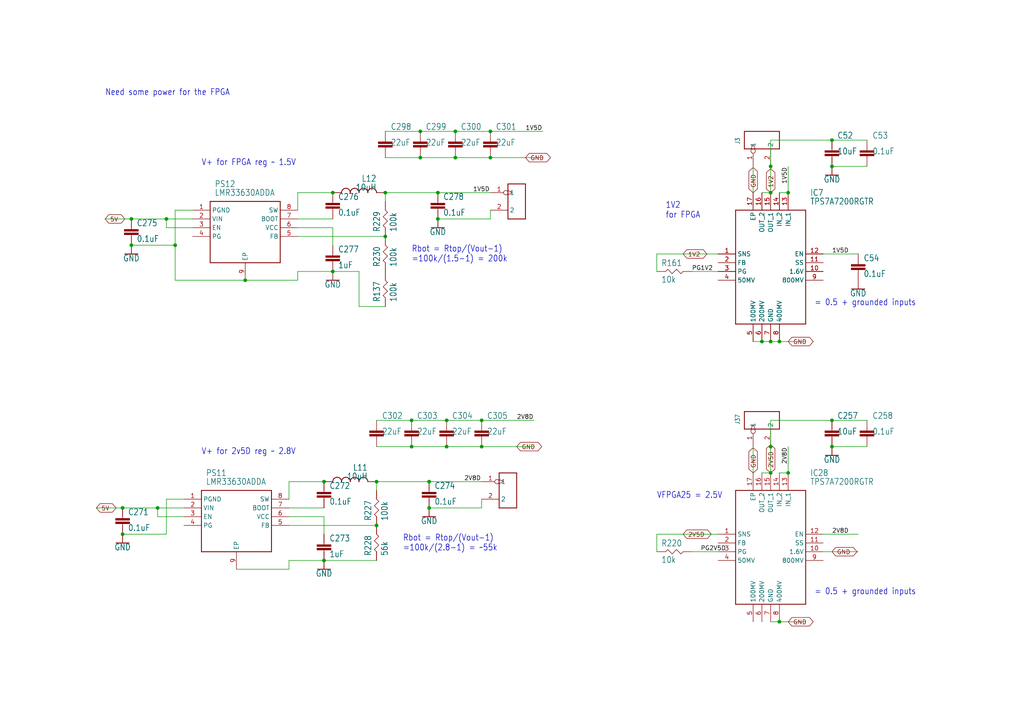
<source format=kicad_sch>
(kicad_sch (version 20250114) (generator "eeschema") (generator_version "9.0")
  (paper "A4")
  (lib_symbols
    (symbol "haasoscope_pro_adc_fpga_board-eagle-import:CAPACITOR_0402_N"
      (symbol "CAPACITOR_0402_N_1_0"
        (rectangle (start -2.032 -1.016) (end 2.032 -0.508) (fill (type outline)))
        (rectangle (start -2.032 -2.032) (end 2.032 -1.524) (fill (type outline)))
        (polyline (pts (xy 0 0) (xy 0 -0.508)) (stroke (width 0.1524)))
        (polyline (pts (xy 0 -2.54) (xy 0 -2.032)) (stroke (width 0.1524)))
        (pin passive line (at 0 2.54 270) (length 2.54) (name "1") (number "1"))
        (pin passive line (at 0 -5.08 90) (length 2.54) (name "2") (number "2"))
      )
    )
    (symbol "haasoscope_pro_adc_fpga_board-eagle-import:CAPACITOR_0805_N"
      (symbol "CAPACITOR_0805_N_1_0"
        (rectangle (start -2.032 -1.016) (end 2.032 -0.508) (fill (type outline)))
        (rectangle (start -2.032 -2.032) (end 2.032 -1.524) (fill (type outline)))
        (polyline (pts (xy 0 0) (xy 0 -0.508)) (stroke (width 0.1524)))
        (polyline (pts (xy 0 -2.54) (xy 0 -2.032)) (stroke (width 0.1524)))
        (pin passive line (at 0 2.54 270) (length 2.54) (name "1") (number "1"))
        (pin passive line (at 0 -5.08 90) (length 2.54) (name "2") (number "2"))
      )
    )
    (symbol "haasoscope_pro_adc_fpga_board-eagle-import:DIP-BLACK-MALE-HEADER-VERT(2P-2.54)"
      (symbol "DIP-BLACK-MALE-HEADER-VERT(2P-2.54)_1_0"
        (polyline (pts (xy -2.54 5.08) (xy 2.54 5.08)) (stroke (width 0.254)))
        (polyline (pts (xy -2.54 -5.08) (xy -2.54 5.08)) (stroke (width 0.254)))
        (polyline (pts (xy 2.54 5.08) (xy 2.54 -5.08)) (stroke (width 0.254)))
        (polyline (pts (xy 2.54 -5.08) (xy -2.54 -5.08)) (stroke (width 0.254)))
        (pin bidirectional inverted_clock (at -7.62 2.54 0) (length 5.08) (name "1") (number "1"))
        (pin bidirectional line (at -7.62 -2.54 0) (length 5.08) (name "2") (number "2"))
      )
    )
    (symbol "haasoscope_pro_adc_fpga_board-eagle-import:INDUCTORPWR"
      (property "Reference" "L" (at 2.54 5.08 0))
      (symbol "INDUCTORPWR_1_0"
        (arc (start 1.27 3.81) (mid 0.898 2.912) (end 0 2.54) (stroke (width 0.254)))
        (arc (start 0 5.08) (mid 0.898 4.708) (end 1.27 3.81) (stroke (width 0.254)))
        (arc (start 1.27 1.27) (mid 0.898 0.372) (end 0 0) (stroke (width 0.254)))
        (arc (start 0 2.54) (mid 0.898 2.168) (end 1.27 1.27) (stroke (width 0.254)))
        (arc (start 1.27 -1.27) (mid 0.898 -2.168) (end 0 -2.54) (stroke (width 0.254)))
        (arc (start 0 0) (mid 0.898 -0.372) (end 1.27 -1.27) (stroke (width 0.254)))
        (arc (start 1.27 -3.81) (mid 0.898 -4.708) (end 0 -5.08) (stroke (width 0.254)))
        (arc (start 0 -2.54) (mid 0.898 -2.912) (end 1.27 -3.81) (stroke (width 0.254)))
        (pin passive line (at 0 7.62 270) (length 2.54) (name "1") (number "1"))
        (pin passive line (at 0 -7.62 90) (length 2.54) (name "2") (number "2"))
      )
    )
    (symbol "haasoscope_pro_adc_fpga_board-eagle-import:LMR33630ADDA"
      (property "Reference" "PS" (at 26.67 7.62 0))
      (symbol "LMR33630ADDA_1_0"
        (polyline (pts (xy 5.08 2.54) (xy 5.08 -15.24)) (stroke (width 0.254)))
        (polyline (pts (xy 5.08 2.54) (xy 25.4 2.54)) (stroke (width 0.254)))
        (polyline (pts (xy 25.4 -15.24) (xy 5.08 -15.24)) (stroke (width 0.254)))
        (polyline (pts (xy 25.4 -15.24) (xy 25.4 2.54)) (stroke (width 0.254)))
        (pin bidirectional line (at 0 0 0) (length 5.08) (name "PGND") (number "1"))
        (pin bidirectional line (at 0 -2.54 0) (length 5.08) (name "VIN") (number "2"))
        (pin bidirectional line (at 0 -5.08 0) (length 5.08) (name "EN") (number "3"))
        (pin bidirectional line (at 0 -7.62 0) (length 5.08) (name "PG") (number "4"))
        (pin bidirectional line (at 15.24 -20.32 90) (length 5.08) (name "EP") (number "9"))
        (pin bidirectional line (at 30.48 0 180) (length 5.08) (name "SW") (number "8"))
        (pin bidirectional line (at 30.48 -2.54 180) (length 5.08) (name "BOOT") (number "7"))
        (pin bidirectional line (at 30.48 -5.08 180) (length 5.08) (name "VCC") (number "6"))
        (pin bidirectional line (at 30.48 -7.62 180) (length 5.08) (name "FB") (number "5"))
      )
    )
    (symbol "haasoscope_pro_adc_fpga_board-eagle-import:RES-0402"
      (property "Reference" "R" (at -3.175 1.27 0))
      (symbol "RES-0402_1_0"
        (polyline (pts (xy -2.54 0) (xy -1.905 0.635)) (stroke (width 0.1524)))
        (polyline (pts (xy -1.905 0.635) (xy -0.635 -0.635)) (stroke (width 0.1524)))
        (polyline (pts (xy -0.635 -0.635) (xy 0.635 0.635)) (stroke (width 0.1524)))
        (polyline (pts (xy 0.635 0.635) (xy 1.905 -0.635)) (stroke (width 0.1524)))
        (polyline (pts (xy 1.905 -0.635) (xy 2.54 0)) (stroke (width 0.1524)))
        (pin bidirectional line (at -5.08 0 0) (length 2.54) (name "P$1") (number "P$1"))
        (pin bidirectional line (at 5.08 0 180) (length 2.54) (name "P$2") (number "P$2"))
      )
    )
    (symbol "haasoscope_pro_adc_fpga_board-eagle-import:SparkFun-PowerSymbols_GND" (power)
      (symbol "SparkFun-PowerSymbols_GND_1_0"
        (polyline (pts (xy -1.905 0) (xy 1.905 0)) (stroke (width 0.254)))
        (pin power_in line (at 0 2.54 270) (length 2.54) (name "GND") (number "1"))
      )
    )
    (symbol "haasoscope_pro_adc_fpga_board-eagle-import:TPS7A7200RGTR"
      (property "Reference" "IC" (at 26.67 17.78 0))
      (symbol "TPS7A7200RGTR_1_0"
        (polyline (pts (xy 5.08 12.7) (xy 5.08 -20.32)) (stroke (width 0.254)))
        (polyline (pts (xy 5.08 12.7) (xy 25.4 12.7)) (stroke (width 0.254)))
        (polyline (pts (xy 25.4 -20.32) (xy 5.08 -20.32)) (stroke (width 0.254)))
        (polyline (pts (xy 25.4 -20.32) (xy 25.4 12.7)) (stroke (width 0.254)))
        (pin bidirectional line (at 0 0 0) (length 5.08) (name "SNS") (number "1"))
        (pin bidirectional line (at 0 -2.54 0) (length 5.08) (name "FB") (number "2"))
        (pin bidirectional line (at 0 -5.08 0) (length 5.08) (name "PG") (number "3"))
        (pin bidirectional line (at 0 -7.62 0) (length 5.08) (name "50MV") (number "4"))
        (pin bidirectional line (at 10.16 17.78 270) (length 5.08) (name "EP") (number "17"))
        (pin bidirectional line (at 10.16 -25.4 90) (length 5.08) (name "100MV") (number "5"))
        (pin bidirectional line (at 12.7 17.78 270) (length 5.08) (name "OUT_2") (number "16"))
        (pin bidirectional line (at 12.7 -25.4 90) (length 5.08) (name "200MV") (number "6"))
        (pin bidirectional line (at 15.24 17.78 270) (length 5.08) (name "OUT_1") (number "15"))
        (pin bidirectional line (at 15.24 -25.4 90) (length 5.08) (name "GND") (number "7"))
        (pin bidirectional line (at 17.78 17.78 270) (length 5.08) (name "IN_2") (number "14"))
        (pin bidirectional line (at 17.78 -25.4 90) (length 5.08) (name "400MV") (number "8"))
        (pin bidirectional line (at 20.32 17.78 270) (length 5.08) (name "IN_1") (number "13"))
        (pin bidirectional line (at 30.48 0 180) (length 5.08) (name "EN") (number "12"))
        (pin bidirectional line (at 30.48 -2.54 180) (length 5.08) (name "SS") (number "11"))
        (pin bidirectional line (at 30.48 -5.08 180) (length 5.08) (name "1.6V") (number "10"))
        (pin bidirectional line (at 30.48 -7.62 180) (length 5.08) (name "800MV") (number "9"))
      )
    )
  )
  (text "VFPGA25 = 2.5V" (at 190.5 144.78 0) (effects (font (size 1.778 1.5113)) (justify left bottom)))
  (text "V+ for FPGA reg ~ 1.5V" (at 58.42 48.26 0) (effects (font (size 1.778 1.5113)) (justify left bottom)))
  (text "Rbot = Rtop/(Vout-1)\n=100k/(1.5-1) = 200k" (at 119.38 76.2 0) (effects (font (size 1.778 1.5113)) (justify left bottom)))
  (text "= 0.5 + grounded inputs" (at 236.22 172.72 0) (effects (font (size 1.778 1.5113)) (justify left bottom)))
  (text "1V2\nfor FPGA" (at 193.04 63.5 0) (effects (font (size 1.778 1.5113)) (justify left bottom)))
  (text "Rbot = Rtop/(Vout-1)\n=100k/(2.8-1) = ~55k" (at 116.84 160.02 0) (effects (font (size 1.778 1.5113)) (justify left bottom)))
  (text "V+ for 2v5D reg ~ 2.8V" (at 58.42 132.08 0) (effects (font (size 1.778 1.5113)) (justify left bottom)))
  (text "= 0.5 + grounded inputs" (at 236.22 88.9 0) (effects (font (size 1.778 1.5113)) (justify left bottom)))
  (text "Need some power for the FPGA" (at 30.48 27.94 0) (effects (font (size 1.778 1.5113)) (justify left bottom)))
  (junction (at 48.26 63.5))
  (junction (at 226.06 99.06))
  (junction (at 71.12 81.28))
  (junction (at 111.76 55.88))
  (junction (at 129.54 121.92))
  (junction (at 241.3 129.54))
  (junction (at 35.56 147.32))
  (junction (at 124.46 147.32))
  (junction (at 109.22 152.4))
  (junction (at 241.3 40.64))
  (junction (at 142.24 38.1))
  (junction (at 127 63.5))
  (junction (at 124.46 139.7))
  (junction (at 35.56 154.94))
  (junction (at 223.52 129.54))
  (junction (at 226.06 180.34))
  (junction (at 96.52 78.74))
  (junction (at 121.92 45.72))
  (junction (at 96.52 55.88))
  (junction (at 45.72 147.32))
  (junction (at 223.52 48.26))
  (junction (at 241.3 121.92))
  (junction (at 119.38 121.92))
  (junction (at 132.08 38.1))
  (junction (at 127 55.88))
  (junction (at 223.52 55.88))
  (junction (at 139.7 129.54))
  (junction (at 50.8 71.12))
  (junction (at 129.54 129.54))
  (junction (at 223.52 137.16))
  (junction (at 38.1 63.5))
  (junction (at 121.92 38.1))
  (junction (at 93.98 139.7))
  (junction (at 119.38 129.54))
  (junction (at 228.6 55.88))
  (junction (at 223.52 99.06))
  (junction (at 109.22 139.7))
  (junction (at 241.3 48.26))
  (junction (at 220.98 99.06))
  (junction (at 93.98 162.56))
  (junction (at 139.7 121.92))
  (junction (at 228.6 137.16))
  (junction (at 142.24 45.72))
  (junction (at 132.08 45.72))
  (junction (at 38.1 71.12))
  (junction (at 111.76 68.58))
  (wire (pts (xy 83.82 139.7) (xy 83.82 144.78)) (stroke (width 0.1524)))
  (wire (pts (xy 139.7 129.54) (xy 154.94 129.54)) (stroke (width 0.1524)))
  (wire (pts (xy 86.36 78.74) (xy 96.52 78.74)) (stroke (width 0.1524)))
  (wire (pts (xy 50.8 71.12) (xy 50.8 81.28)) (stroke (width 0.1524)))
  (wire (pts (xy 96.52 63.5) (xy 86.36 63.5)) (stroke (width 0.1524)))
  (wire (pts (xy 190.5 73.66) (xy 190.5 78.74)) (stroke (width 0.1524)))
  (wire (pts (xy 38.1 63.5) (xy 30.48 63.5)) (stroke (width 0.1524)))
  (wire (pts (xy 208.28 73.66) (xy 190.5 73.66)) (stroke (width 0.1524)))
  (wire (pts (xy 83.82 152.4) (xy 109.22 152.4)) (stroke (width 0.1524)))
  (wire (pts (xy 241.3 40.64) (xy 251.46 40.64)) (stroke (width 0.1524)))
  (wire (pts (xy 218.44 55.88) (xy 218.44 48.26)) (stroke (width 0.1524)))
  (wire (pts (xy 226.06 180.34) (xy 233.68 180.34)) (stroke (width 0.1524)))
  (wire (pts (xy 50.8 60.96) (xy 50.8 71.12)) (stroke (width 0.1524)))
  (wire (pts (xy 111.76 38.1) (xy 121.92 38.1)) (stroke (width 0.1524)))
  (wire (pts (xy 129.54 121.92) (xy 139.7 121.92)) (stroke (width 0.1524)))
  (wire (pts (xy 238.76 160.02) (xy 248.92 160.02)) (stroke (width 0.1524)))
  (wire (pts (xy 190.5 154.94) (xy 190.5 160.02)) (stroke (width 0.1524)))
  (wire (pts (xy 109.22 121.92) (xy 119.38 121.92)) (stroke (width 0.1524)))
  (wire (pts (xy 208.28 78.74) (xy 200.66 78.74)) (stroke (width 0.1524)))
  (wire (pts (xy 226.06 55.88) (xy 228.6 55.88)) (stroke (width 0.1524)))
  (wire (pts (xy 109.22 139.7) (xy 124.46 139.7)) (stroke (width 0.1524)))
  (wire (pts (xy 93.98 149.86) (xy 93.98 154.94)) (stroke (width 0.1524)))
  (wire (pts (xy 71.12 81.28) (xy 86.36 81.28)) (stroke (width 0.1524)))
  (wire (pts (xy 111.76 45.72) (xy 121.92 45.72)) (stroke (width 0.1524)))
  (wire (pts (xy 48.26 63.5) (xy 48.26 66.04)) (stroke (width 0.1524)))
  (wire (pts (xy 129.54 129.54) (xy 139.7 129.54)) (stroke (width 0.1524)))
  (wire (pts (xy 241.3 121.92) (xy 251.46 121.92)) (stroke (width 0.1524)))
  (wire (pts (xy 83.82 149.86) (xy 93.98 149.86)) (stroke (width 0.1524)))
  (wire (pts (xy 50.8 81.28) (xy 71.12 81.28)) (stroke (width 0.1524)))
  (wire (pts (xy 83.82 162.56) (xy 93.98 162.56)) (stroke (width 0.1524)))
  (wire (pts (xy 68.58 165.1) (xy 83.82 165.1)) (stroke (width 0.1524)))
  (wire (pts (xy 96.52 66.04) (xy 96.52 71.12)) (stroke (width 0.1524)))
  (wire (pts (xy 238.76 73.66) (xy 248.92 73.66)) (stroke (width 0.1524)))
  (wire (pts (xy 48.26 63.5) (xy 55.88 63.5)) (stroke (width 0.1524)))
  (wire (pts (xy 223.52 137.16) (xy 223.52 129.54)) (stroke (width 0.1524)))
  (wire (pts (xy 104.14 78.74) (xy 96.52 78.74)) (stroke (width 0.1524)))
  (wire (pts (xy 109.22 139.7) (xy 109.22 142.24)) (stroke (width 0.1524)))
  (wire (pts (xy 35.56 147.32) (xy 45.72 147.32)) (stroke (width 0.1524)))
  (wire (pts (xy 226.06 180.34) (xy 223.52 180.34)) (stroke (width 0.1524)))
  (wire (pts (xy 142.24 60.96) (xy 142.24 63.5)) (stroke (width 0.1524)))
  (wire (pts (xy 53.34 144.78) (xy 48.26 144.78)) (stroke (width 0.1524)))
  (wire (pts (xy 111.76 88.9) (xy 104.14 88.9)) (stroke (width 0.1524)))
  (wire (pts (xy 223.52 40.64) (xy 241.3 40.64)) (stroke (width 0.1524)))
  (wire (pts (xy 119.38 129.54) (xy 129.54 129.54)) (stroke (width 0.1524)))
  (wire (pts (xy 132.08 45.72) (xy 142.24 45.72)) (stroke (width 0.1524)))
  (wire (pts (xy 86.36 81.28) (xy 86.36 78.74)) (stroke (width 0.1524)))
  (wire (pts (xy 226.06 99.06) (xy 233.68 99.06)) (stroke (width 0.1524)))
  (wire (pts (xy 208.28 160.02) (xy 200.66 160.02)) (stroke (width 0.1524)))
  (wire (pts (xy 228.6 137.16) (xy 228.6 129.54)) (stroke (width 0.1524)))
  (wire (pts (xy 55.88 60.96) (xy 50.8 60.96)) (stroke (width 0.1524)))
  (wire (pts (xy 238.76 154.94) (xy 248.92 154.94)) (stroke (width 0.1524)))
  (wire (pts (xy 228.6 55.88) (xy 228.6 48.26)) (stroke (width 0.1524)))
  (wire (pts (xy 142.24 45.72) (xy 157.48 45.72)) (stroke (width 0.1524)))
  (wire (pts (xy 45.72 147.32) (xy 53.34 147.32)) (stroke (width 0.1524)))
  (wire (pts (xy 119.38 121.92) (xy 129.54 121.92)) (stroke (width 0.1524)))
  (wire (pts (xy 93.98 162.56) (xy 109.22 162.56)) (stroke (width 0.1524)))
  (wire (pts (xy 223.52 121.92) (xy 241.3 121.92)) (stroke (width 0.1524)))
  (wire (pts (xy 223.52 55.88) (xy 220.98 55.88)) (stroke (width 0.1524)))
  (wire (pts (xy 142.24 38.1) (xy 157.48 38.1)) (stroke (width 0.1524)))
  (wire (pts (xy 48.26 66.04) (xy 55.88 66.04)) (stroke (width 0.1524)))
  (wire (pts (xy 139.7 121.92) (xy 154.94 121.92)) (stroke (width 0.1524)))
  (wire (pts (xy 93.98 147.32) (xy 83.82 147.32)) (stroke (width 0.1524)))
  (wire (pts (xy 223.52 99.06) (xy 226.06 99.06)) (stroke (width 0.1524)))
  (wire (pts (xy 121.92 45.72) (xy 132.08 45.72)) (stroke (width 0.1524)))
  (wire (pts (xy 111.76 55.88) (xy 111.76 58.42)) (stroke (width 0.1524)))
  (wire (pts (xy 48.26 144.78) (xy 48.26 154.94)) (stroke (width 0.1524)))
  (wire (pts (xy 132.08 38.1) (xy 142.24 38.1)) (stroke (width 0.1524)))
  (wire (pts (xy 96.52 55.88) (xy 86.36 55.88)) (stroke (width 0.1524)))
  (wire (pts (xy 218.44 137.16) (xy 218.44 129.54)) (stroke (width 0.1524)))
  (wire (pts (xy 86.36 68.58) (xy 111.76 68.58)) (stroke (width 0.1524)))
  (wire (pts (xy 121.92 38.1) (xy 132.08 38.1)) (stroke (width 0.1524)))
  (wire (pts (xy 223.52 137.16) (xy 220.98 137.16)) (stroke (width 0.1524)))
  (wire (pts (xy 241.3 48.26) (xy 251.46 48.26)) (stroke (width 0.1524)))
  (wire (pts (xy 226.06 137.16) (xy 228.6 137.16)) (stroke (width 0.1524)))
  (wire (pts (xy 86.36 66.04) (xy 96.52 66.04)) (stroke (width 0.1524)))
  (wire (pts (xy 220.98 99.06) (xy 218.44 99.06)) (stroke (width 0.1524)))
  (wire (pts (xy 223.52 99.06) (xy 220.98 99.06)) (stroke (width 0.1524)))
  (wire (pts (xy 208.28 154.94) (xy 190.5 154.94)) (stroke (width 0.1524)))
  (wire (pts (xy 111.76 55.88) (xy 127 55.88)) (stroke (width 0.1524)))
  (wire (pts (xy 45.72 149.86) (xy 53.34 149.86)) (stroke (width 0.1524)))
  (wire (pts (xy 142.24 63.5) (xy 127 63.5)) (stroke (width 0.1524)))
  (wire (pts (xy 223.52 129.54) (xy 223.52 121.92)) (stroke (width 0.1524)))
  (wire (pts (xy 223.52 48.26) (xy 223.52 40.64)) (stroke (width 0.1524)))
  (wire (pts (xy 48.26 154.94) (xy 35.56 154.94)) (stroke (width 0.1524)))
  (wire (pts (xy 83.82 165.1) (xy 83.82 162.56)) (stroke (width 0.1524)))
  (wire (pts (xy 109.22 129.54) (xy 119.38 129.54)) (stroke (width 0.1524)))
  (wire (pts (xy 124.46 139.7) (xy 139.7 139.7)) (stroke (width 0.1524)))
  (wire (pts (xy 86.36 55.88) (xy 86.36 60.96)) (stroke (width 0.1524)))
  (wire (pts (xy 241.3 129.54) (xy 251.46 129.54)) (stroke (width 0.1524)))
  (wire (pts (xy 38.1 63.5) (xy 48.26 63.5)) (stroke (width 0.1524)))
  (wire (pts (xy 35.56 147.32) (xy 27.94 147.32)) (stroke (width 0.1524)))
  (wire (pts (xy 45.72 147.32) (xy 45.72 149.86)) (stroke (width 0.1524)))
  (wire (pts (xy 223.52 55.88) (xy 223.52 48.26)) (stroke (width 0.1524)))
  (wire (pts (xy 127 55.88) (xy 142.24 55.88)) (stroke (width 0.1524)))
  (wire (pts (xy 139.7 147.32) (xy 124.46 147.32)) (stroke (width 0.1524)))
  (wire (pts (xy 93.98 139.7) (xy 83.82 139.7)) (stroke (width 0.1524)))
  (wire (pts (xy 104.14 88.9) (xy 104.14 78.74)) (stroke (width 0.1524)))
  (wire (pts (xy 50.8 71.12) (xy 38.1 71.12)) (stroke (width 0.1524)))
  (wire (pts (xy 139.7 144.78) (xy 139.7 147.32)) (stroke (width 0.1524)))
  (label "1V5D" (at 228.6 53.34 90) (effects (font (size 1.2446 1.2446))))
  (label "2V8D" (at 149.86 121.92 0) (effects (font (size 1.2446 1.2446))))
  (label "2V8D" (at 134.62 139.7 0) (effects (font (size 1.2446 1.2446))))
  (label "1V5D" (at 137.16 55.88 0) (effects (font (size 1.2446 1.2446))))
  (label "PG1V2" (at 200.66 78.74 0) (effects (font (size 1.2446 1.2446))))
  (label "2V8D" (at 228.6 134.62 90) (effects (font (size 1.2446 1.2446))))
  (label "1V5D" (at 152.4 38.1 0) (effects (font (size 1.2446 1.2446))))
  (label "PG2V5D" (at 203.2 160.02 0) (effects (font (size 1.2446 1.2446))))
  (label "1V5D" (at 241.3 73.66 0) (effects (font (size 1.2446 1.2446))))
  (label "2V8D" (at 241.3 154.94 0) (effects (font (size 1.2446 1.2446))))
  (global_label "GND" (shape bidirectional) (at 152.4 45.72 0) (effects (font (size 1.2446 1.2446))) (property "Intersheetrefs" "${INTERSHEET_REFS}" (effects (hide yes))))
  (global_label "2V5D" (shape bidirectional) (at 223.52 137.16 90) (effects (font (size 1.2446 1.2446))) (property "Intersheetrefs" "${INTERSHEET_REFS}" (effects (hide yes))))
  (global_label "GND" (shape bidirectional) (at 218.44 137.16 90) (effects (font (size 1.2446 1.2446))) (property "Intersheetrefs" "${INTERSHEET_REFS}" (effects (hide yes))))
  (global_label "5V" (shape bidirectional) (at 30.48 63.5 0) (effects (font (size 1.2446 1.2446))) (property "Intersheetrefs" "${INTERSHEET_REFS}" (effects (hide yes))))
  (global_label "GND" (shape bidirectional) (at 228.6 99.06 0) (effects (font (size 1.2446 1.2446))) (property "Intersheetrefs" "${INTERSHEET_REFS}" (effects (hide yes))))
  (global_label "GND" (shape bidirectional) (at 149.86 129.54 0) (effects (font (size 1.2446 1.2446))) (property "Intersheetrefs" "${INTERSHEET_REFS}" (effects (hide yes))))
  (global_label "GND" (shape bidirectional) (at 218.44 55.88 90) (effects (font (size 1.2446 1.2446))) (property "Intersheetrefs" "${INTERSHEET_REFS}" (effects (hide yes))))
  (global_label "GND" (shape bidirectional) (at 241.3 160.02 0) (effects (font (size 1.2446 1.2446))) (property "Intersheetrefs" "${INTERSHEET_REFS}" (effects (hide yes))))
  (global_label "1V2" (shape bidirectional) (at 198.12 73.66 0) (effects (font (size 1.2446 1.2446))) (property "Intersheetrefs" "${INTERSHEET_REFS}" (effects (hide yes))))
  (global_label "GND" (shape bidirectional) (at 228.6 180.34 0) (effects (font (size 1.2446 1.2446))) (property "Intersheetrefs" "${INTERSHEET_REFS}" (effects (hide yes))))
  (global_label "1V2" (shape bidirectional) (at 223.52 55.88 90) (effects (font (size 1.2446 1.2446))) (property "Intersheetrefs" "${INTERSHEET_REFS}" (effects (hide yes))))
  (global_label "2V5D" (shape bidirectional) (at 198.12 154.94 0) (effects (font (size 1.2446 1.2446))) (property "Intersheetrefs" "${INTERSHEET_REFS}" (effects (hide yes))))
  (global_label "5V" (shape bidirectional) (at 27.94 147.32 0) (effects (font (size 1.2446 1.2446))) (property "Intersheetrefs" "${INTERSHEET_REFS}" (effects (hide yes))))
  (symbol (lib_id "haasoscope_pro_adc_fpga_board-eagle-import:LMR33630ADDA") (at 55.88 60.96 0) (unit 1)
    (property "Reference" "PS12" (at 62.23 53.34 0) (effects (font (size 1.778 1.5113)) (justify left)))
    (property "Value" "LMR33630ADDA" (at 62.23 55.88 0) (effects (font (size 1.778 1.5113)) (justify left)))
    (property "Footprint" "haasoscope_pro_adc_fpga_board:SOIC127P600X170-9N" (effects (hide yes)))
    (property "LCSC" "C841384" (effects (hide yes)))
  )
  (symbol (lib_id "haasoscope_pro_adc_fpga_board-eagle-import:CAPACITOR_0805_N") (at 109.22 124.46 0) (unit 1)
    (property "Reference" "C302" (at 110.744 121.539 0) (effects (font (size 1.778 1.5113)) (justify left bottom)))
    (property "Value" "22uF" (at 110.744 126.111 0) (effects (font (size 1.778 1.5113)) (justify left bottom)))
    (property "Footprint" "haasoscope_pro_adc_fpga_board:RESC0805_N" (effects (hide yes)))
  )
  (symbol (lib_id "haasoscope_pro_adc_fpga_board-eagle-import:SparkFun-PowerSymbols_GND") (at 38.1 73.66 0) (unit 1)
    (property "Reference" "#GND0230" (effects (hide yes)))
    (property "Value" "GND" (at 38.1 73.914 0) (effects (font (size 1.778 1.5113)) (justify top)))
  )
  (symbol (lib_id "haasoscope_pro_adc_fpga_board-eagle-import:RES-0402") (at 109.22 157.48 90) (unit 1)
    (property "Reference" "R228" (at 107.7214 161.29 0) (effects (font (size 1.778 1.5113)) (justify left bottom)))
    (property "Value" "56k" (at 112.522 161.29 0) (effects (font (size 1.778 1.5113)) (justify left bottom)))
    (property "Footprint" "haasoscope_pro_adc_fpga_board:RES-0402" (effects (hide yes)))
  )
  (symbol (lib_id "haasoscope_pro_adc_fpga_board-eagle-import:CAPACITOR_0805_N") (at 139.7 124.46 0) (unit 1)
    (property "Reference" "C305" (at 141.224 121.539 0) (effects (font (size 1.778 1.5113)) (justify left bottom)))
    (property "Value" "22uF" (at 141.224 126.111 0) (effects (font (size 1.778 1.5113)) (justify left bottom)))
    (property "Footprint" "haasoscope_pro_adc_fpga_board:RESC0805_N" (effects (hide yes)))
  )
  (symbol (lib_id "haasoscope_pro_adc_fpga_board-eagle-import:CAPACITOR_0805_N") (at 241.3 124.46 0) (unit 1)
    (property "Reference" "C257" (at 242.824 121.539 0) (effects (font (size 1.778 1.5113)) (justify left bottom)))
    (property "Value" "10uF" (at 242.824 126.111 0) (effects (font (size 1.778 1.5113)) (justify left bottom)))
    (property "Footprint" "haasoscope_pro_adc_fpga_board:RESC0805_N" (effects (hide yes)))
  )
  (symbol (lib_id "haasoscope_pro_adc_fpga_board-eagle-import:CAPACITOR_0402_N") (at 248.92 76.2 0) (unit 1)
    (property "Reference" "C54" (at 250.444 75.819 0) (effects (font (size 1.778 1.5113)) (justify left bottom)))
    (property "Value" "0.1uF" (at 250.444 80.391 0) (effects (font (size 1.778 1.5113)) (justify left bottom)))
    (property "Footprint" "haasoscope_pro_adc_fpga_board:RESC0402_N" (effects (hide yes)))
  )
  (symbol (lib_id "haasoscope_pro_adc_fpga_board-eagle-import:RES-0402") (at 109.22 147.32 90) (unit 1)
    (property "Reference" "R227" (at 107.7214 151.13 0) (effects (font (size 1.778 1.5113)) (justify left bottom)))
    (property "Value" "100k" (at 112.522 151.13 0) (effects (font (size 1.778 1.5113)) (justify left bottom)))
    (property "Footprint" "haasoscope_pro_adc_fpga_board:RES-0402" (effects (hide yes)))
  )
  (symbol (lib_id "haasoscope_pro_adc_fpga_board-eagle-import:CAPACITOR_0402_N") (at 127 58.42 0) (unit 1)
    (property "Reference" "C278" (at 128.524 58.039 0) (effects (font (size 1.778 1.5113)) (justify left bottom)))
    (property "Value" "0.1uF" (at 128.524 62.611 0) (effects (font (size 1.778 1.5113)) (justify left bottom)))
    (property "Footprint" "haasoscope_pro_adc_fpga_board:RESC0402_N" (effects (hide yes)))
  )
  (symbol (lib_id "haasoscope_pro_adc_fpga_board-eagle-import:SparkFun-PowerSymbols_GND") (at 124.46 149.86 0) (unit 1)
    (property "Reference" "#GND0229" (effects (hide yes)))
    (property "Value" "GND" (at 124.46 150.114 0) (effects (font (size 1.778 1.5113)) (justify top)))
  )
  (symbol (lib_id "haasoscope_pro_adc_fpga_board-eagle-import:CAPACITOR_0402_N") (at 35.56 149.86 0) (unit 1)
    (property "Reference" "C271" (at 37.084 149.479 0) (effects (font (size 1.778 1.5113)) (justify left bottom)))
    (property "Value" "0.1uF" (at 37.084 154.051 0) (effects (font (size 1.778 1.5113)) (justify left bottom)))
    (property "Footprint" "haasoscope_pro_adc_fpga_board:RESC0402_N" (effects (hide yes)))
  )
  (symbol (lib_id "haasoscope_pro_adc_fpga_board-eagle-import:DIP-BLACK-MALE-HEADER-VERT(2P-2.54)") (at 149.86 58.42 0) (unit 1)
    (property "Reference" "J43" (effects (hide yes)))
    (property "Value" "2p-2.54" (effects (hide yes)))
    (property "Footprint" "haasoscope_pro_adc_fpga_board:H2-2.54" (effects (hide yes)))
  )
  (symbol (lib_id "haasoscope_pro_adc_fpga_board-eagle-import:CAPACITOR_0805_N") (at 142.24 40.64 0) (unit 1)
    (property "Reference" "C301" (at 143.764 37.719 0) (effects (font (size 1.778 1.5113)) (justify left bottom)))
    (property "Value" "22uF" (at 143.764 42.291 0) (effects (font (size 1.778 1.5113)) (justify left bottom)))
    (property "Footprint" "haasoscope_pro_adc_fpga_board:RESC0805_N" (effects (hide yes)))
  )
  (symbol (lib_id "haasoscope_pro_adc_fpga_board-eagle-import:SparkFun-PowerSymbols_GND") (at 127 66.04 0) (unit 1)
    (property "Reference" "#GND0232" (effects (hide yes)))
    (property "Value" "GND" (at 127 66.294 0) (effects (font (size 1.778 1.5113)) (justify top)))
  )
  (symbol (lib_id "haasoscope_pro_adc_fpga_board-eagle-import:SparkFun-PowerSymbols_GND") (at 248.92 83.82 0) (unit 1)
    (property "Reference" "#GND057" (effects (hide yes)))
    (property "Value" "GND" (at 248.92 84.074 0) (effects (font (size 1.778 1.5113)) (justify top)))
  )
  (symbol (lib_id "haasoscope_pro_adc_fpga_board-eagle-import:CAPACITOR_0805_N") (at 111.76 40.64 0) (unit 1)
    (property "Reference" "C298" (at 113.284 37.719 0) (effects (font (size 1.778 1.5113)) (justify left bottom)))
    (property "Value" "22uF" (at 113.284 42.291 0) (effects (font (size 1.778 1.5113)) (justify left bottom)))
    (property "Footprint" "haasoscope_pro_adc_fpga_board:RESC0805_N" (effects (hide yes)))
  )
  (symbol (lib_id "haasoscope_pro_adc_fpga_board-eagle-import:CAPACITOR_0402_N") (at 251.46 43.18 0) (unit 1)
    (property "Reference" "C53" (at 252.984 40.259 0) (effects (font (size 1.778 1.5113)) (justify left bottom)))
    (property "Value" "0.1uF" (at 252.984 44.831 0) (effects (font (size 1.778 1.5113)) (justify left bottom)))
    (property "Footprint" "haasoscope_pro_adc_fpga_board:RESC0402_N" (effects (hide yes)))
  )
  (symbol (lib_id "haasoscope_pro_adc_fpga_board-eagle-import:INDUCTORPWR") (at 104.14 55.88 90) (unit 1)
    (property "Reference" "L12" (at 109.22 50.8 90) (effects (font (size 1.778 1.5113)) (justify left bottom)))
    (property "Value" "10uH" (at 109.22 53.34 90) (effects (font (size 1.778 1.5113)) (justify left bottom)))
    (property "Footprint" "haasoscope_pro_adc_fpga_board:CDRH125" (effects (hide yes)))
    (property "LCSC" "C339970" (effects (hide yes)))
  )
  (symbol (lib_id "haasoscope_pro_adc_fpga_board-eagle-import:RES-0402") (at 195.58 78.74 0) (unit 1)
    (property "Reference" "R161" (at 191.77 77.2414 0) (effects (font (size 1.778 1.5113)) (justify left bottom)))
    (property "Value" "10k" (at 191.77 82.042 0) (effects (font (size 1.778 1.5113)) (justify left bottom)))
    (property "Footprint" "haasoscope_pro_adc_fpga_board:RES-0402" (effects (hide yes)))
  )
  (symbol (lib_id "haasoscope_pro_adc_fpga_board-eagle-import:CAPACITOR_0805_N") (at 129.54 124.46 0) (unit 1)
    (property "Reference" "C304" (at 131.064 121.539 0) (effects (font (size 1.778 1.5113)) (justify left bottom)))
    (property "Value" "22uF" (at 131.064 126.111 0) (effects (font (size 1.778 1.5113)) (justify left bottom)))
    (property "Footprint" "haasoscope_pro_adc_fpga_board:RESC0805_N" (effects (hide yes)))
  )
  (symbol (lib_id "haasoscope_pro_adc_fpga_board-eagle-import:SparkFun-PowerSymbols_GND") (at 93.98 165.1 0) (unit 1)
    (property "Reference" "#GND0228" (effects (hide yes)))
    (property "Value" "GND" (at 93.98 165.354 0) (effects (font (size 1.778 1.5113)) (justify top)))
  )
  (symbol (lib_id "haasoscope_pro_adc_fpga_board-eagle-import:CAPACITOR_0805_N") (at 241.3 43.18 0) (unit 1)
    (property "Reference" "C52" (at 242.824 40.259 0) (effects (font (size 1.778 1.5113)) (justify left bottom)))
    (property "Value" "10uF" (at 242.824 44.831 0) (effects (font (size 1.778 1.5113)) (justify left bottom)))
    (property "Footprint" "haasoscope_pro_adc_fpga_board:RESC0805_N" (effects (hide yes)))
  )
  (symbol (lib_id "haasoscope_pro_adc_fpga_board-eagle-import:CAPACITOR_0402_N") (at 96.52 73.66 0) (unit 1)
    (property "Reference" "C277" (at 98.044 73.279 0) (effects (font (size 1.778 1.5113)) (justify left bottom)))
    (property "Value" "1uF" (at 98.044 77.851 0) (effects (font (size 1.778 1.5113)) (justify left bottom)))
    (property "Footprint" "haasoscope_pro_adc_fpga_board:RESC0402_N" (effects (hide yes)))
  )
  (symbol (lib_id "haasoscope_pro_adc_fpga_board-eagle-import:DIP-BLACK-MALE-HEADER-VERT(2P-2.54)") (at 220.98 121.92 90) (unit 1)
    (property "Reference" "J37" (at 214.63 123.19 0) (effects (font (size 1.27 1.0795)) (justify left bottom)))
    (property "Value" "2p-2.54" (effects (hide yes)))
    (property "Footprint" "haasoscope_pro_adc_fpga_board:H2-2.54" (effects (hide yes)))
  )
  (symbol (lib_id "haasoscope_pro_adc_fpga_board-eagle-import:SparkFun-PowerSymbols_GND") (at 241.3 50.8 0) (unit 1)
    (property "Reference" "#GND054" (effects (hide yes)))
    (property "Value" "GND" (at 241.3 51.054 0) (effects (font (size 1.778 1.5113)) (justify top)))
  )
  (symbol (lib_id "haasoscope_pro_adc_fpga_board-eagle-import:RES-0402") (at 111.76 83.82 90) (unit 1)
    (property "Reference" "R137" (at 110.2614 87.63 0) (effects (font (size 1.778 1.5113)) (justify left bottom)))
    (property "Value" "100k" (at 115.062 87.63 0) (effects (font (size 1.778 1.5113)) (justify left bottom)))
    (property "Footprint" "haasoscope_pro_adc_fpga_board:RES-0402" (effects (hide yes)))
  )
  (symbol (lib_id "haasoscope_pro_adc_fpga_board-eagle-import:TPS7A7200RGTR") (at 208.28 73.66 0) (unit 1)
    (property "Reference" "IC7" (at 234.95 55.88 0) (effects (font (size 1.778 1.5113)) (justify left)))
    (property "Value" "TPS7A7200RGTR" (at 234.95 58.42 0) (effects (font (size 1.778 1.5113)) (justify left)))
    (property "Footprint" "haasoscope_pro_adc_fpga_board:QFN50P300X300X100-17N" (effects (hide yes)))
  )
  (symbol (lib_id "haasoscope_pro_adc_fpga_board-eagle-import:LMR33630ADDA") (at 53.34 144.78 0) (unit 1)
    (property "Reference" "PS11" (at 59.69 137.16 0) (effects (font (size 1.778 1.5113)) (justify left)))
    (property "Value" "LMR33630ADDA" (at 59.69 139.7 0) (effects (font (size 1.778 1.5113)) (justify left)))
    (property "Footprint" "haasoscope_pro_adc_fpga_board:SOIC127P600X170-9N" (effects (hide yes)))
    (property "LCSC" "C841384" (effects (hide yes)))
  )
  (symbol (lib_id "haasoscope_pro_adc_fpga_board-eagle-import:CAPACITOR_0402_N") (at 38.1 66.04 0) (unit 1)
    (property "Reference" "C275" (at 39.624 65.659 0) (effects (font (size 1.778 1.5113)) (justify left bottom)))
    (property "Value" "0.1uF" (at 39.624 70.231 0) (effects (font (size 1.778 1.5113)) (justify left bottom)))
    (property "Footprint" "haasoscope_pro_adc_fpga_board:RESC0402_N" (effects (hide yes)))
  )
  (symbol (lib_id "haasoscope_pro_adc_fpga_board-eagle-import:RES-0402") (at 111.76 73.66 90) (unit 1)
    (property "Reference" "R230" (at 110.2614 77.47 0) (effects (font (size 1.778 1.5113)) (justify left bottom)))
    (property "Value" "100k" (at 115.062 77.47 0) (effects (font (size 1.778 1.5113)) (justify left bottom)))
    (property "Footprint" "haasoscope_pro_adc_fpga_board:RES-0402" (effects (hide yes)))
  )
  (symbol (lib_id "haasoscope_pro_adc_fpga_board-eagle-import:SparkFun-PowerSymbols_GND") (at 96.52 81.28 0) (unit 1)
    (property "Reference" "#GND0231" (effects (hide yes)))
    (property "Value" "GND" (at 96.52 81.534 0) (effects (font (size 1.778 1.5113)) (justify top)))
  )
  (symbol (lib_id "haasoscope_pro_adc_fpga_board-eagle-import:CAPACITOR_0402_N") (at 93.98 142.24 0) (unit 1)
    (property "Reference" "C272" (at 95.504 141.859 0) (effects (font (size 1.778 1.5113)) (justify left bottom)))
    (property "Value" "0.1uF" (at 95.504 146.431 0) (effects (font (size 1.778 1.5113)) (justify left bottom)))
    (property "Footprint" "haasoscope_pro_adc_fpga_board:RESC0402_N" (effects (hide yes)))
  )
  (symbol (lib_id "haasoscope_pro_adc_fpga_board-eagle-import:INDUCTORPWR") (at 101.6 139.7 90) (unit 1)
    (property "Reference" "L11" (at 106.68 134.62 90) (effects (font (size 1.778 1.5113)) (justify left bottom)))
    (property "Value" "10uH" (at 106.68 137.16 90) (effects (font (size 1.778 1.5113)) (justify left bottom)))
    (property "Footprint" "haasoscope_pro_adc_fpga_board:CDRH125" (effects (hide yes)))
    (property "LCSC" "C339970" (effects (hide yes)))
  )
  (symbol (lib_id "haasoscope_pro_adc_fpga_board-eagle-import:CAPACITOR_0402_N") (at 93.98 157.48 0) (unit 1)
    (property "Reference" "C273" (at 95.504 157.099 0) (effects (font (size 1.778 1.5113)) (justify left bottom)))
    (property "Value" "1uF" (at 95.504 161.671 0) (effects (font (size 1.778 1.5113)) (justify left bottom)))
    (property "Footprint" "haasoscope_pro_adc_fpga_board:RESC0402_N" (effects (hide yes)))
  )
  (symbol (lib_id "haasoscope_pro_adc_fpga_board-eagle-import:CAPACITOR_0805_N") (at 119.38 124.46 0) (unit 1)
    (property "Reference" "C303" (at 120.904 121.539 0) (effects (font (size 1.778 1.5113)) (justify left bottom)))
    (property "Value" "22uF" (at 120.904 126.111 0) (effects (font (size 1.778 1.5113)) (justify left bottom)))
    (property "Footprint" "haasoscope_pro_adc_fpga_board:RESC0805_N" (effects (hide yes)))
  )
  (symbol (lib_id "haasoscope_pro_adc_fpga_board-eagle-import:DIP-BLACK-MALE-HEADER-VERT(2P-2.54)") (at 147.32 142.24 0) (unit 1)
    (property "Reference" "J42" (effects (hide yes)))
    (property "Value" "2p-2.54" (effects (hide yes)))
    (property "Footprint" "haasoscope_pro_adc_fpga_board:H2-2.54" (effects (hide yes)))
  )
  (symbol (lib_id "haasoscope_pro_adc_fpga_board-eagle-import:CAPACITOR_0805_N") (at 132.08 40.64 0) (unit 1)
    (property "Reference" "C300" (at 133.604 37.719 0) (effects (font (size 1.778 1.5113)) (justify left bottom)))
    (property "Value" "22uF" (at 133.604 42.291 0) (effects (font (size 1.778 1.5113)) (justify left bottom)))
    (property "Footprint" "haasoscope_pro_adc_fpga_board:RESC0805_N" (effects (hide yes)))
  )
  (symbol (lib_id "haasoscope_pro_adc_fpga_board-eagle-import:RES-0402") (at 195.58 160.02 0) (unit 1)
    (property "Reference" "R220" (at 191.77 158.5214 0) (effects (font (size 1.778 1.5113)) (justify left bottom)))
    (property "Value" "10k" (at 191.77 163.322 0) (effects (font (size 1.778 1.5113)) (justify left bottom)))
    (property "Footprint" "haasoscope_pro_adc_fpga_board:RES-0402" (effects (hide yes)))
  )
  (symbol (lib_id "haasoscope_pro_adc_fpga_board-eagle-import:TPS7A7200RGTR") (at 208.28 154.94 0) (unit 1)
    (property "Reference" "IC28" (at 234.95 137.16 0) (effects (font (size 1.778 1.5113)) (justify left)))
    (property "Value" "TPS7A7200RGTR" (at 234.95 139.7 0) (effects (font (size 1.778 1.5113)) (justify left)))
    (property "Footprint" "haasoscope_pro_adc_fpga_board:QFN50P300X300X100-17N" (effects (hide yes)))
  )
  (symbol (lib_id "haasoscope_pro_adc_fpga_board-eagle-import:DIP-BLACK-MALE-HEADER-VERT(2P-2.54)") (at 220.98 40.64 90) (unit 1)
    (property "Reference" "J3" (at 214.63 41.91 0) (effects (font (size 1.27 1.0795)) (justify left bottom)))
    (property "Value" "2p-2.54" (effects (hide yes)))
    (property "Footprint" "haasoscope_pro_adc_fpga_board:H2-2.54" (effects (hide yes)))
  )
  (symbol (lib_id "haasoscope_pro_adc_fpga_board-eagle-import:CAPACITOR_0402_N") (at 124.46 142.24 0) (unit 1)
    (property "Reference" "C274" (at 125.984 141.859 0) (effects (font (size 1.778 1.5113)) (justify left bottom)))
    (property "Value" "0.1uF" (at 125.984 146.431 0) (effects (font (size 1.778 1.5113)) (justify left bottom)))
    (property "Footprint" "haasoscope_pro_adc_fpga_board:RESC0402_N" (effects (hide yes)))
  )
  (symbol (lib_id "haasoscope_pro_adc_fpga_board-eagle-import:SparkFun-PowerSymbols_GND") (at 35.56 157.48 0) (unit 1)
    (property "Reference" "#GND0227" (effects (hide yes)))
    (property "Value" "GND" (at 35.56 157.734 0) (effects (font (size 1.778 1.5113)) (justify top)))
  )
  (symbol (lib_id "haasoscope_pro_adc_fpga_board-eagle-import:CAPACITOR_0805_N") (at 121.92 40.64 0) (unit 1)
    (property "Reference" "C299" (at 123.444 37.719 0) (effects (font (size 1.778 1.5113)) (justify left bottom)))
    (property "Value" "22uF" (at 123.444 42.291 0) (effects (font (size 1.778 1.5113)) (justify left bottom)))
    (property "Footprint" "haasoscope_pro_adc_fpga_board:RESC0805_N" (effects (hide yes)))
  )
  (symbol (lib_id "haasoscope_pro_adc_fpga_board-eagle-import:CAPACITOR_0402_N") (at 96.52 58.42 0) (unit 1)
    (property "Reference" "C276" (at 98.044 58.039 0) (effects (font (size 1.778 1.5113)) (justify left bottom)))
    (property "Value" "0.1uF" (at 98.044 62.611 0) (effects (font (size 1.778 1.5113)) (justify left bottom)))
    (property "Footprint" "haasoscope_pro_adc_fpga_board:RESC0402_N" (effects (hide yes)))
  )
  (symbol (lib_id "haasoscope_pro_adc_fpga_board-eagle-import:SparkFun-PowerSymbols_GND") (at 241.3 132.08 0) (unit 1)
    (property "Reference" "#GND0217" (effects (hide yes)))
    (property "Value" "GND" (at 241.3 132.334 0) (effects (font (size 1.778 1.5113)) (justify top)))
  )
  (symbol (lib_id "haasoscope_pro_adc_fpga_board-eagle-import:RES-0402") (at 111.76 63.5 90) (unit 1)
    (property "Reference" "R229" (at 110.2614 67.31 0) (effects (font (size 1.778 1.5113)) (justify left bottom)))
    (property "Value" "100k" (at 115.062 67.31 0) (effects (font (size 1.778 1.5113)) (justify left bottom)))
    (property "Footprint" "haasoscope_pro_adc_fpga_board:RES-0402" (effects (hide yes)))
  )
  (symbol (lib_id "haasoscope_pro_adc_fpga_board-eagle-import:CAPACITOR_0402_N") (at 251.46 124.46 0) (unit 1)
    (property "Reference" "C258" (at 252.984 121.539 0) (effects (font (size 1.778 1.5113)) (justify left bottom)))
    (property "Value" "0.1uF" (at 252.984 126.111 0) (effects (font (size 1.778 1.5113)) (justify left bottom)))
    (property "Footprint" "haasoscope_pro_adc_fpga_board:RESC0402_N" (effects (hide yes)))
  )
)
</source>
